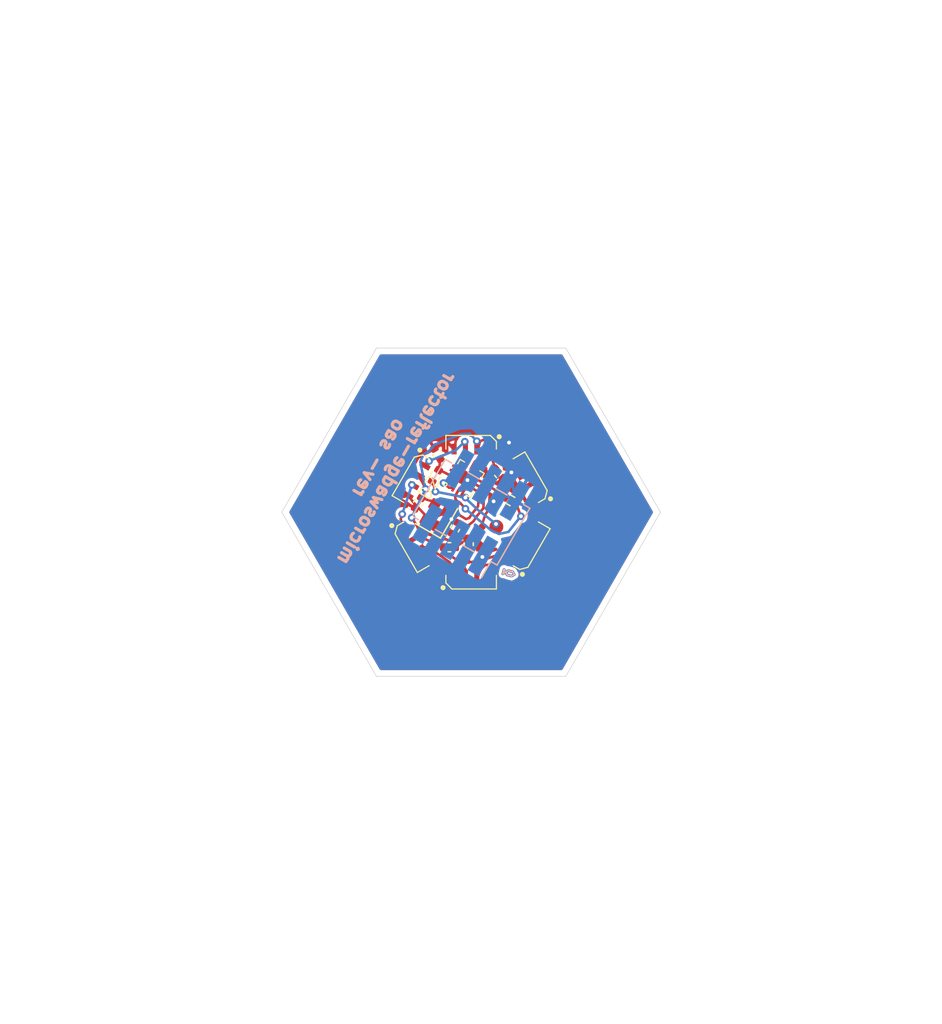
<source format=kicad_pcb>
(kicad_pcb (version 20240108) (generator "pcbnew") (generator_version "8.0")
  (layers (0 "F.Cu" signal) (31 "B.Cu" signal) (34 "B.Paste" user) (35 "F.Paste" user) (36 "B.SilkS" user "B.Silkscreen") (37 "F.SilkS" user "F.Silkscreen") (38 "B.Mask" user) (39 "F.Mask" user) (44 "Edge.Cuts" user))
  (net 0 "")
  (net 1 "GND")
  (net 2 "VDD")
  (net 3 "Net-(U3-PA2{slash}T1C2N{slash}OPP0{slash}XO{slash}A0)")
  (net 4 "Net-(U3-PA1{slash}T1C2{slash}OPN0{slash}XI{slash}A1)")
  (net 5 "Net-(U3-PD4{slash}T1C4_{slash}T2C1{slash}OPO{slash}A7)")
  (net 6 "SWIO")
  (net 7 "WSOUT")
  (net 8 "Net-(D1-DOUT)")
  (net 9 "Net-(D2-DOUT)")
  (net 10 "Net-(D3-DOUT)")
  (net 11 "Net-(D4-DOUT)")
  (net 12 "Net-(D5-DOUT)")
  (net 14 "OPN1")
  (net 16 "SSDA")
  (net 17 "SSCL")
  (net 21 "MIC")
  (net 22 "MPWR")
  (footprint "cnhardware:LC8812-SIDE-4020" (layer "F.Cu") (at 100 105 180)
    (property "Reference" "D4" (hide yes))
    (property "Value" "~")
    (fp_line (start 2 0) (end 2 -0.6) (stroke (width 0.1)) (layer "F.SilkS"))
    (fp_line (start 1.525 -1.075) (end 2 -0.6) (stroke (width 0.1)) (layer "F.SilkS"))
    (fp_line (start -2 0) (end -2 -1.075) (stroke (width 0.1)) (layer "F.SilkS"))
    (fp_line (start -2 -1.075) (end 1.525 -1.075) (stroke (width 0.1)) (layer "F.SilkS"))
    (fp_circle (center 2.225001 -0.975) (end 2.225 -1.074999) (stroke (width 0.2)) (fill solid) (layer "F.SilkS"))
    (pad "1" smd rect (at 1.35 0) (size 0.4 0.85) (layers "F.Cu" "F.Paste" "F.Mask") (net 10 "Net-(D3-DOUT)"))
    (pad "2" smd rect (at 0.45 0) (size 0.4 0.85) (layers "F.Cu" "F.Paste" "F.Mask") (net 2 "VDD"))
    (pad "3" smd rect (at -0.45 0) (size 0.4 0.85) (layers "F.Cu" "F.Paste" "F.Mask") (net 11 "Net-(D4-DOUT)"))
    (pad "4" smd rect (at -1.35 0) (size 0.4 0.85) (layers "F.Cu" "F.Paste" "F.Mask") (net 1 "GND"))
  )
  (footprint "cnhardware:LC8812-SIDE-4020" (layer "F.Cu") (at 100 95)
    (property "Reference" "D1" (hide yes))
    (property "Value" "~")
    (fp_line (start -2 -1.075) (end 1.525 -1.075) (stroke (width 0.1)) (layer "F.SilkS"))
    (fp_line (start -2 0) (end -2 -1.075) (stroke (width 0.1)) (layer "F.SilkS"))
    (fp_line (start 1.525 -1.075) (end 2 -0.6) (stroke (width 0.1)) (layer "F.SilkS"))
    (fp_line (start 2 0) (end 2 -0.6) (stroke (width 0.1)) (layer "F.SilkS"))
    (fp_circle (center 2.225001 -0.975) (end 2.225 -1.074999) (stroke (width 0.2)) (fill solid) (layer "F.SilkS"))
    (pad "1" smd rect (at 1.35 0 180) (size 0.4 0.85) (layers "F.Cu" "F.Paste" "F.Mask") (net 7 "WSOUT"))
    (pad "2" smd rect (at 0.45 0 180) (size 0.4 0.85) (layers "F.Cu" "F.Paste" "F.Mask") (net 2 "VDD"))
    (pad "3" smd rect (at -0.45 0 180) (size 0.4 0.85) (layers "F.Cu" "F.Paste" "F.Mask") (net 8 "Net-(D1-DOUT)"))
    (pad "4" smd rect (at -1.35 0 180) (size 0.4 0.85) (layers "F.Cu" "F.Paste" "F.Mask") (net 1 "GND"))
  )
  (footprint "Capacitor_SMD:C_0402_1005Metric" (layer "F.Cu") (at 98.28 102.77)
    (property "Reference" "C7" (hide yes))
    (property "Value" "100n")
    (fp_line (start -0.107836 -0.36) (end 0.107836 -0.36) (stroke (width 0.12)) (layer "F.SilkS"))
    (fp_line (start -0.107836 0.36) (end 0.107836 0.36) (stroke (width 0.12)) (layer "F.SilkS"))
    (pad "1" smd roundrect (at -0.48 0) (size 0.56 0.62) (layers "F.Cu" "F.Paste" "F.Mask") (net 2 "VDD"))
    (pad "2" smd roundrect (at 0.48 0) (size 0.56 0.62) (layers "F.Cu" "F.Paste" "F.Mask") (net 1 "GND"))
  )
  (footprint "Swadge_Parts:INGHAi_MIC_GMI4013S-2C58DB" (layer "F.Cu") (at 102 101.15)
    (property "Reference" "MK1")
    (property "Value" "Microphone")
    (pad "1" smd custom (at -1.125 0) (size 0.5 0.5) (layers "F.Cu" "F.Paste" "F.Mask") (net 1 "GND") (options (clearance outline) (anchor circle)) (primitives (gr_arc (start 0 0) (mid 2.25 0) (end 0 0) (width 0.55))))
    (pad "2" smd circle (at 0 0) (size 1.1 1.1) (layers "F.Cu" "F.Paste" "F.Mask") (net 21 "MIC"))
  )
  (footprint "Capacitor_SMD:C_0402_1005Metric" (layer "F.Cu") (at 99.81 102.53 90)
    (property "Reference" "C1" (hide yes))
    (property "Value" "100n")
    (fp_line (start -0.107836 -0.36) (end 0.107836 -0.36) (stroke (width 0.12)) (layer "F.SilkS"))
    (fp_line (start -0.107836 0.36) (end 0.107836 0.36) (stroke (width 0.12)) (layer "F.SilkS"))
    (pad "1" smd roundrect (at -0.48 0 90) (size 0.56 0.62) (layers "F.Cu" "F.Paste" "F.Mask") (net 2 "VDD"))
    (pad "2" smd roundrect (at 0.48 0 90) (size 0.56 0.62) (layers "F.Cu" "F.Paste" "F.Mask") (net 1 "GND"))
  )
  (footprint "Capacitor_SMD:C_0402_1005Metric" (layer "F.Cu") (at 102.21 96.94 -50)
    (property "Reference" "C8" (hide yes))
    (property "Value" "100n")
    (fp_line (start -0.107837 0.36) (end 0.107836 0.36) (stroke (width 0.12)) (layer "F.SilkS"))
    (fp_line (start -0.107836 -0.36) (end 0.107837 -0.36) (stroke (width 0.12)) (layer "F.SilkS"))
    (pad "1" smd roundrect (at -0.48 0 310) (size 0.56 0.62) (layers "F.Cu" "F.Paste" "F.Mask") (net 2 "VDD"))
    (pad "2" smd roundrect (at 0.48 0 310) (size 0.56 0.62) (layers "F.Cu" "F.Paste" "F.Mask") (net 1 "GND"))
  )
  (footprint "Capacitor_SMD:C_0402_1005Metric" (layer "F.Cu") (at 98.72 101.28 -120)
    (property "Reference" "C2" (hide yes))
    (property "Value" "2.2p")
    (fp_line (start -0.107836 0.36) (end 0.107836 0.36) (stroke (width 0.12)) (layer "F.SilkS"))
    (fp_line (start -0.107836 -0.36) (end 0.107836 -0.36) (stroke (width 0.12)) (layer "F.SilkS"))
    (pad "1" smd roundrect (at -0.48 0 240) (size 0.56 0.62) (layers "F.Cu" "F.Paste" "F.Mask") (net 1 "GND"))
    (pad "2" smd roundrect (at 0.48 0 240) (size 0.56 0.62) (layers "F.Cu" "F.Paste" "F.Mask") (net 3 "Net-(U3-PA2{slash}T1C2N{slash}OPP0{slash}XO{slash}A0)"))
  )
  (footprint "cnhardware:LC8812-SIDE-4020" (layer "F.Cu") (at 95.669873 102.5 120)
    (property "Reference" "D3" (hide yes))
    (property "Value" "~")
    (fp_line (start 1.525 -1.075) (end 2 -0.6) (stroke (width 0.1)) (layer "F.SilkS"))
    (fp_line (start 2 0) (end 2 -0.6) (stroke (width 0.1)) (layer "F.SilkS"))
    (fp_line (start -2 -1.075) (end 1.525 -1.075) (stroke (width 0.1)) (layer "F.SilkS"))
    (fp_line (start -2 0) (end -2 -1.075) (stroke (width 0.1)) (layer "F.SilkS"))
    (fp_circle (center 2.225001 -0.975) (end 2.225 -1.074999) (stroke (width 0.2)) (fill solid) (layer "F.SilkS"))
    (pad "1" smd rect (at 1.35 0 300) (size 0.4 0.85) (layers "F.Cu" "F.Paste" "F.Mask") (net 9 "Net-(D2-DOUT)"))
    (pad "2" smd rect (at 0.45 0 300) (size 0.4 0.85) (layers "F.Cu" "F.Paste" "F.Mask") (net 2 "VDD"))
    (pad "3" smd rect (at -0.45 0 300) (size 0.4 0.85) (layers "F.Cu" "F.Paste" "F.Mask") (net 10 "Net-(D3-DOUT)"))
    (pad "4" smd rect (at -1.35 0 300) (size 0.4 0.85) (layers "F.Cu" "F.Paste" "F.Mask") (net 1 "GND"))
  )
  (footprint "cnhardware:LC8812-SIDE-4020" (layer "F.Cu") (at 95.669873 97.5 60)
    (property "Reference" "D2" (at 0 1.15 60) (layer "F.SilkS") (effects (font (thickness 0.1))))
    (property "Value" "~")
    (fp_line (start -2 -1.075) (end 1.525 -1.075) (stroke (width 0.1)) (layer "F.SilkS"))
    (fp_line (start -2 0) (end -2 -1.075) (stroke (width 0.1)) (layer "F.SilkS"))
    (fp_line (start 1.525 -1.075) (end 2 -0.6) (stroke (width 0.1)) (layer "F.SilkS"))
    (fp_line (start 2 0) (end 2 -0.6) (stroke (width 0.1)) (layer "F.SilkS"))
    (fp_circle (center 2.225001 -0.975) (end 2.225 -1.074999) (stroke (width 0.2)) (fill solid) (layer "F.SilkS"))
    (pad "1" smd rect (at 1.35 0 240) (size 0.4 0.85) (layers "F.Cu" "F.Paste" "F.Mask") (net 8 "Net-(D1-DOUT)"))
    (pad "2" smd rect (at 0.45 0 240) (size 0.4 0.85) (layers "F.Cu" "F.Paste" "F.Mask") (net 2 "VDD"))
    (pad "3" smd rect (at -0.45 0 240) (size 0.4 0.85) (layers "F.Cu" "F.Paste" "F.Mask") (net 9 "Net-(D2-DOUT)"))
    (pad "4" smd rect (at -1.35 0 240) (size 0.4 0.85) (layers "F.Cu" "F.Paste" "F.Mask") (net 1 "GND"))
  )
  (footprint "cnhardware:QFN-12-P0.4-WCH" (layer "F.Cu") (at 99.53359 97.327372 60)
    (property "Reference" "U3" (hide yes))
    (property "Value" "~")
    (fp_line (start 0.7 -1.1) (end 1.1 -1.1) (stroke (width 0.1)) (layer "F.SilkS"))
    (fp_line (start 1.1 -1.1) (end 1.1 -0.7) (stroke (width 0.1)) (layer "F.SilkS"))
    (fp_line (start -1.1 1.1) (end -1.1 0.7) (stroke (width 0.1)) (layer "F.SilkS"))
    (fp_line (start -0.7 1.1) (end -1.1 1.1) (stroke (width 0.1)) (layer "F.SilkS"))
    (fp_line (start 1.1 0.7) (end 1.1 1.1) (stroke (width 0.1)) (layer "F.SilkS"))
    (fp_line (start 1.1 1.1) (end 0.7 1.1) (stroke (width 0.1)) (layer "F.SilkS"))
    (fp_circle (center -1.2 -1.141421) (end -1.1 -1.041421) (stroke (width 0.1)) (fill none) (layer "F.SilkS"))
    (pad "1" smd roundrect (at -0.4 1.1 60) (size 0.2 0.62) (layers "F.Cu" "F.Paste" "F.Mask") (roundrect_rratio 0.1) (net 4 "Net-(U3-PA1{slash}T1C2{slash}OPN0{slash}XI{slash}A1)"))
    (pad "2" smd roundrect (at 0 1.1 240) (size 0.2 0.62) (layers "F.Cu" "F.Paste" "F.Mask") (roundrect_rratio 0.1) (net 3 "Net-(U3-PA2{slash}T1C2N{slash}OPP0{slash}XO{slash}A0)"))
    (pad "3" smd roundrect (at 0.4 1.1 240) (size 0.2 0.62) (layers "F.Cu" "F.Paste" "F.Mask") (roundrect_rratio 0.1) (net 14 "OPN1"))
    (pad "4" smd roundrect (at 1.1 0.4 150) (size 0.2 0.62) (layers "F.Cu" "F.Paste" "F.Mask") (roundrect_rratio 0.1) (net 2 "VDD"))
    (pad "5" smd roundrect (at 1.1 0 150) (size 0.2 0.62) (layers "F.Cu" "F.Paste" "F.Mask") (roundrect_rratio 0.1) (net 7 "WSOUT"))
    (pad "6" smd roundrect (at 1.1 -0.4 150) (size 0.2 0.62) (layers "F.Cu" "F.Paste" "F.Mask") (roundrect_rratio 0.1))
    (pad "7" smd roundrect (at 0.4 -1.1 240) (size 0.2 0.62) (layers "F.Cu" "F.Paste" "F.Mask") (roundrect_rratio 0.1))
    (pad "8" smd roundrect (at 0 -1.1 240) (size 0.2 0.62) (layers "F.Cu" "F.Paste" "F.Mask") (roundrect_rratio 0.1))
    (pad "9" smd roundrect (at -0.4 -1.1 240) (size 0.2 0.62) (layers "F.Cu" "F.Paste" "F.Mask") (roundrect_rratio 0.1) (net 22 "MPWR"))
    (pad "10" smd roundrect (at -1.1 -0.4 330) (size 0.2 0.62) (layers "F.Cu" "F.Paste" "F.Mask") (roundrect_rratio 0.1) (net 6 "SWIO"))
    (pad "11" smd roundrect (at -1.1 0 330) (size 0.2 0.62) (layers "F.Cu" "F.Paste" "F.Mask") (roundrect_rratio 0.1) (net 5 "Net-(U3-PD4{slash}T1C4_{slash}T2C1{slash}OPO{slash}A7)"))
    (pad "12" smd roundrect (at -1.1 0.4 330) (size 0.2 0.62) (layers "F.Cu" "F.Paste" "F.Mask") (roundrect_rratio 0.1) (net 21 "MIC"))
    (pad "13" smd roundrect (at 0 0 330) (size 1.1 1.1) (layers "F.Cu" "F.Paste" "F.Mask") (roundrect_rratio 0.05) (net 1 "GND"))
  )
  (footprint "Resistor_SMD:R_0402_1005Metric" (layer "F.Cu") (at 103.14 99.08 150)
    (property "Reference" "R3" (hide yes))
    (property "Value" "12kΩ")
    (fp_line (start -0.153641 -0.38) (end 0.153641 -0.38) (stroke (width 0.12)) (layer "F.SilkS"))
    (fp_line (start -0.153641 0.38) (end 0.153641 0.38) (stroke (width 0.12)) (layer "F.SilkS"))
    (pad "1" smd roundrect (at -0.51 0 150) (size 0.54 0.64) (layers "F.Cu" "F.Paste" "F.Mask") (net 5 "Net-(U3-PD4{slash}T1C4_{slash}T2C1{slash}OPO{slash}A7)"))
    (pad "2" smd roundrect (at 0.51 0 150) (size 0.54 0.64) (layers "F.Cu" "F.Paste" "F.Mask") (net 14 "OPN1"))
  )
  (footprint "Resistor_SMD:R_0402_1005Metric" (layer "F.Cu") (at 97.165 97.118327 -120)
    (property "Reference" "R2" (hide yes))
    (property "Value" "12kΩ")
    (fp_line (start -0.153641 0.38) (end 0.153641 0.38) (stroke (width 0.12)) (layer "F.SilkS"))
    (fp_line (start -0.153641 -0.38) (end 0.153641 -0.38) (stroke (width 0.12)) (layer "F.SilkS"))
    (pad "1" smd roundrect (at -0.51 0 240) (size 0.54 0.64) (layers "F.Cu" "F.Paste" "F.Mask") (net 22 "MPWR"))
    (pad "2" smd roundrect (at 0.51 0 240) (size 0.54 0.64) (layers "F.Cu" "F.Paste" "F.Mask") (net 21 "MIC"))
  )
  (footprint "Capacitor_SMD:C_0402_1005Metric" (layer "F.Cu") (at 95.81 99.28 60)
    (property "Reference" "C4" (hide yes))
    (property "Value" "2.2p")
    (fp_line (start -0.107836 -0.36) (end 0.107836 -0.36) (stroke (width 0.12)) (layer "F.SilkS"))
    (fp_line (start -0.107836 0.36) (end 0.107836 0.36) (stroke (width 0.12)) (layer "F.SilkS"))
    (pad "1" smd roundrect (at -0.48 0 60) (size 0.56 0.62) (layers "F.Cu" "F.Paste" "F.Mask") (net 1 "GND"))
    (pad "2" smd roundrect (at 0.48 0 60) (size 0.56 0.62) (layers "F.Cu" "F.Paste" "F.Mask") (net 4 "Net-(U3-PA1{slash}T1C2{slash}OPN0{slash}XI{slash}A1)"))
  )
  (footprint "Capacitor_SMD:C_0402_1005Metric" (layer "F.Cu") (at 97.32 95.38 120)
    (property "Reference" "C5" (hide yes))
    (property "Value" "4.7u16v")
    (fp_line (start -0.107836 -0.36) (end 0.107836 -0.36) (stroke (width 0.12)) (layer "F.SilkS"))
    (fp_line (start -0.107836 0.36) (end 0.107836 0.36) (stroke (width 0.12)) (layer "F.SilkS"))
    (pad "1" smd roundrect (at -0.48 0 120) (size 0.56 0.62) (layers "F.Cu" "F.Paste" "F.Mask") (net 22 "MPWR"))
    (pad "2" smd roundrect (at 0.48 0 120) (size 0.56 0.62) (layers "F.Cu" "F.Paste" "F.Mask") (net 1 "GND"))
  )
  (footprint "cnhardware:LC8812-SIDE-4020" (layer "F.Cu") (at 104.330127 97.5 -60)
    (property "Reference" "D6" (hide yes))
    (property "Value" "~")
    (fp_line (start -2 0) (end -2 -1.075) (stroke (width 0.1)) (layer "F.SilkS"))
    (fp_line (start -2 -1.075) (end 1.525 -1.075) (stroke (width 0.1)) (layer "F.SilkS"))
    (fp_line (start 2 0) (end 2 -0.6) (stroke (width 0.1)) (layer "F.SilkS"))
    (fp_line (start 1.525 -1.075) (end 2 -0.6) (stroke (width 0.1)) (layer "F.SilkS"))
    (fp_circle (center 2.225001 -0.975) (end 2.225 -1.074999) (stroke (width 0.2)) (fill solid) (layer "F.SilkS"))
    (pad "1" smd rect (at 1.35 0 120) (size 0.4 0.85) (layers "F.Cu" "F.Paste" "F.Mask") (net 12 "Net-(D5-DOUT)"))
    (pad "2" smd rect (at 0.45 0 120) (size 0.4 0.85) (layers "F.Cu" "F.Paste" "F.Mask") (net 2 "VDD"))
    (pad "3" smd rect (at -0.45 0 120) (size 0.4 0.85) (layers "F.Cu" "F.Paste" "F.Mask"))
    (pad "4" smd rect (at -1.35 0 120) (size 0.4 0.85) (layers "F.Cu" "F.Paste" "F.Mask") (net 1 "GND"))
  )
  (footprint "Crystal:Crystal_SMD_2016-4Pin_2.0x1.6mm" (layer "F.Cu") (at 97.253686 100.308782 60)
    (property "Reference" "Y1" (hide yes))
    (property "Value" "24MHz")
    (fp_line (start -1.35 -1.15) (end -1.35 1.15) (stroke (width 0.12)) (layer "F.SilkS"))
    (fp_line (start -1.35 1.15) (end 1.35 1.15) (stroke (width 0.12)) (layer "F.SilkS"))
    (pad "1" smd roundrect (at -0.7 0.55 60) (size 0.9 0.8) (layers "F.Cu" "F.Paste" "F.Mask") (roundrect_rratio 0.15) (net 3 "Net-(U3-PA2{slash}T1C2N{slash}OPP0{slash}XO{slash}A0)"))
    (pad "2" smd roundrect (at 0.7 0.55 60) (size 0.9 0.8) (layers "F.Cu" "F.Paste" "F.Mask") (roundrect_rratio 0.15) (net 1 "GND"))
    (pad "3" smd roundrect (at 0.7 -0.55 60) (size 0.9 0.8) (layers "F.Cu" "F.Paste" "F.Mask") (roundrect_rratio 0.15) (net 4 "Net-(U3-PA1{slash}T1C2{slash}OPN0{slash}XI{slash}A1)"))
    (pad "4" smd roundrect (at -0.7 -0.55 60) (size 0.9 0.8) (layers "F.Cu" "F.Paste" "F.Mask") (roundrect_rratio 0.15) (net 1 "GND"))
  )
  (footprint "cnhardware:LC8812-SIDE-4020" (layer "F.Cu") (at 104.330127 102.5 -120)
    (property "Reference" "D5" (hide yes))
    (property "Value" "~")
    (fp_line (start 2 0) (end 2 -0.6) (stroke (width 0.1)) (layer "F.SilkS"))
    (fp_line (start 1.525 -1.075) (end 2 -0.6) (stroke (width 0.1)) (layer "F.SilkS"))
    (fp_line (start -2 0) (end -2 -1.075) (stroke (width 0.1)) (layer "F.SilkS"))
    (fp_line (start -2 -1.075) (end 1.525 -1.075) (stroke (width 0.1)) (layer "F.SilkS"))
    (fp_circle (center 2.225001 -0.975) (end 2.225 -1.074999) (stroke (width 0.2)) (fill solid) (layer "F.SilkS"))
    (pad "1" smd rect (at 1.35 0 60) (size 0.4 0.85) (layers "F.Cu" "F.Paste" "F.Mask") (net 11 "Net-(D4-DOUT)"))
    (pad "2" smd rect (at 0.45 0 60) (size 0.4 0.85) (layers "F.Cu" "F.Paste" "F.Mask") (net 2 "VDD"))
    (pad "3" smd rect (at -0.45 0 60) (size 0.4 0.85) (layers "F.Cu" "F.Paste" "F.Mask") (net 12 "Net-(D5-DOUT)"))
    (pad "4" smd rect (at -1.35 0 60) (size 0.4 0.85) (layers "F.Cu" "F.Paste" "F.Mask") (net 1 "GND"))
  )
  (footprint "Connector_PinHeader_2.54mm:PinHeader_2x03_P2.54mm_Vertical_SMD" (layer "B.Cu") (at 100 100 60)
    (property "Reference" "J2" (hide yes))
    (property "Value" "SAO")
    (fp_line (start -2.6 -3.87) (end -2.6 -3.3) (stroke (width 0.12)) (layer "B.SilkS"))
    (fp_line (start -2.6 -1.78) (end -2.6 -0.76) (stroke (width 0.12)) (layer "B.SilkS"))
    (fp_line (start 2.6 -3.87) (end -2.6 -3.87) (stroke (width 0.12)) (layer "B.SilkS"))
    (fp_line (start 2.6 -3.87) (end 2.6 -3.3) (stroke (width 0.12)) (layer "B.SilkS"))
    (fp_line (start -2.6 0.76) (end -2.6 1.78) (stroke (width 0.12)) (layer "B.SilkS"))
    (fp_line (start 2.6 -1.78) (end 2.6 -0.76) (stroke (width 0.12)) (layer "B.SilkS"))
    (fp_line (start -2.6 3.3) (end -4.04 3.3) (stroke (width 0.12)) (layer "B.SilkS"))
    (fp_line (start -2.6 3.3) (end -2.6 3.87) (stroke (width 0.12)) (layer "B.SilkS"))
    (fp_line (start 2.6 0.76) (end 2.6 1.78) (stroke (width 0.12)) (layer "B.SilkS"))
    (fp_line (start 2.6 3.3) (end 2.6 3.87) (stroke (width 0.12)) (layer "B.SilkS"))
    (fp_line (start 2.6 3.87) (end -2.6 3.87) (stroke (width 0.12)) (layer "B.SilkS"))
    (pad "1" smd rect (at -2.525 2.54 60) (size 3.15 1) (layers "B.Cu" "B.Paste" "B.Mask") (net 2 "VDD"))
    (pad "2" smd rect (at 2.525 2.54 60) (size 3.15 1) (layers "B.Cu" "B.Paste" "B.Mask") (net 1 "GND"))
    (pad "3" smd rect (at -2.525 0 60) (size 3.15 1) (layers "B.Cu" "B.Paste" "B.Mask") (net 16 "SSDA"))
    (pad "4" smd rect (at 2.525 0 60) (size 3.15 1) (layers "B.Cu" "B.Paste" "B.Mask") (net 17 "SSCL"))
    (pad "5" smd rect (at -2.525 -2.54 60) (size 3.15 1) (layers "B.Cu" "B.Paste" "B.Mask"))
    (pad "6" smd rect (at 2.525 -2.54 60) (size 3.15 1) (layers "B.Cu" "B.Paste" "B.Mask") (net 6 "SWIO"))
  )
  (gr_line (start 102.607741 104.53274) (end 102.516234 104.874246) (stroke (width 0.1)) (layer "B.SilkS"))
  (gr_line (start 103.199247 105.057259) (end 102.857741 104.965752) (stroke (width 0.1)) (layer "B.SilkS"))
  (gr_line (start 102.516234 104.874246) (end 102.949247 104.624246) (stroke (width 0.1)) (layer "B.SilkS"))
  (gr_line (start 103.290753 104.715752) (end 103.415753 104.932259) (stroke (width 0.1)) (layer "B.SilkS"))
  (gr_line (start 102.949247 104.624246) (end 103.290753 104.715752) (stroke (width 0.1)) (layer "B.SilkS"))
  (gr_line (start 103.415753 104.932259) (end 103.199247 105.057259) (stroke (width 0.1)) (layer "B.SilkS"))
  (gr_line (start 102.857741 104.965752) (end 102.607741 104.53274) (stroke (width 0.1)) (layer "B.SilkS"))
  (gr_line (start 102.949247 104.624246) (end 103.290753 104.715752) (stroke (width 0.1)) (layer "F.SilkS"))
  (gr_line (start 103.199247 105.057259) (end 102.857741 104.965752) (stroke (width 0.1)) (layer "F.SilkS"))
  (gr_line (start 102.607741 104.53274) (end 102.516234 104.874246) (stroke (width 0.1)) (layer "F.SilkS"))
  (gr_line (start 103.290753 104.715752) (end 103.415753 104.932259) (stroke (width 0.1)) (layer "F.SilkS"))
  (gr_line (start 102.516234 104.874246) (end 102.949247 104.624246) (stroke (width 0.1)) (layer "F.SilkS"))
  (gr_line (start 103.415753 104.932259) (end 103.199247 105.057259) (stroke (width 0.1)) (layer "F.SilkS"))
  (gr_line (start 102.857741 104.965752) (end 102.607741 104.53274) (stroke (width 0.1)) (layer "F.SilkS"))
  (gr_line (start 92.5 112.990381) (end 107.5 112.990381) (stroke (width 0.05)) (layer "Edge.Cuts"))
  (gr_line (start 107.5 87.009619) (end 115 100) (stroke (width 0.05)) (layer "Edge.Cuts"))
  (gr_line (start 92.5 87.009619) (end 85 100) (stroke (width 0.05)) (layer "Edge.Cuts"))
  (gr_line (start 92.5 112.990381) (end 85 100) (stroke (width 0.05)) (layer "Edge.Cuts"))
  (gr_line (start 107.5 112.990381) (end 115 100) (stroke (width 0.05)) (layer "Edge.Cuts"))
  (gr_line (start 107.5 87.009619) (end 92.5 87.009619) (stroke (width 0.05)) (layer "Edge.Cuts"))
  (gr_text "microswadge-reflector\nrev- sao" (at 93.4 96.14 -120) (layer "B.SilkS") (effects (font (size 1 1) (thickness 0.25) (bold yes)) (justify mirror)))
  (segment (start 102.947503 104.626748) (end 102.514489 104.876748) (width 0.2) (layer "F.Cu") (net 0))
  (segment (start 103.289006 104.718256) (end 102.947503 104.626748) (width 0.2) (layer "F.Cu") (net 0))
  (segment (start 102.605994 104.535242) (end 102.855995 104.968254) (width 0.2) (layer "F.Cu") (net 0))
  (segment (start 102.855995 104.968254) (end 103.197499 105.059761) (width 0.2) (layer "F.Cu") (net 0))
  (segment (start 103.414007 104.934759) (end 103.289006 104.718256) (width 0.2) (layer "F.Cu") (net 0))
  (segment (start 103.414007 104.934759) (end 103.197499 105.059761) (width 0.2) (layer "F.Cu") (net 0))
  (segment (start 102.514489 104.876748) (end 102.605994 104.535242) (width 0.2) (layer "F.Cu") (net 0))
  (segment (start 103.199247 105.057257) (end 102.857742 104.965753) (width 0.2) (layer "B.Cu") (net 0))
  (segment (start 102.516234 104.874246) (end 102.949247 104.624247) (width 0.2) (layer "B.Cu") (net 0))
  (segment (start 102.857742 104.965753) (end 102.607741 104.53274) (width 0.2) (layer "B.Cu") (net 0))
  (segment (start 103.415752 104.93226) (end 103.290752 104.715752) (width 0.2) (layer "B.Cu") (net 0))
  (segment (start 102.949247 104.624247) (end 103.290752 104.715752) (width 0.2) (layer "B.Cu") (net 0))
  (segment (start 103.415752 104.93226) (end 103.199247 105.057257) (width 0.2) (layer "B.Cu") (net 0))
  (segment (start 102.607741 104.53274) (end 102.516234 104.874246) (width 0.2) (layer "B.Cu") (net 0))
  (segment (start 98.12 105.68) (end 98.78 105.84) (width 0.2) (layer "F.Cu") (net 1))
  (segment (start 99.31 93.83) (end 99.78 93.79) (width 0.2) (layer "F.Cu") (net 1))
  (segment (start 103.24 96.57) (end 103.655127 96.330866) (width 0.2) (layer "F.Cu") (net 1))
  (segment (start 103.94 104.67) (end 103.88 105.22) (width 0.2) (layer "F.Cu") (net 1))
  (segment (start 95.38 99.16) (end 95.69 99.51) (width 0.2) (layer "F.Cu") (net 1))
  (segment (start 95.07 96.85) (end 95.73 95.73) (width 0.2) (layer "F.Cu") (net 1))
  (segment (start 93.96 101.06) (end 93.89 99.84) (width 0.2) (layer "F.Cu") (net 1))
  (segment (start 105.58 97.37) (end 105.66 97.82) (width 0.2) (layer "F.Cu") (net 1))
  (segment (start 98.44 100.55) (end 99.053686 100.767398) (width 0.2) (layer "F.Cu") (net 1))
  (segment (start 97.59 105.01) (end 98.12 105.68) (width 0.2) (layer "F.Cu") (net 1))
  (segment (start 100.93 105.82) (end 101.36 105.66) (width 0.2) (layer "F.Cu") (net 1))
  (segment (start 97.24 103.97) (end 97.59 105.01) (width 0.2) (layer "F.Cu") (net 1))
  (segment (start 96.603686 101.590462) (end 97.071905 102.013535) (width 0.2) (layer "F.Cu") (net 1))
  (segment (start 103 94.49) (end 103.33 94.4) (width 0.2) (layer "F.Cu") (net 1))
  (segment (start 94.6 97.75) (end 95.07 96.85) (width 0.2) (layer "F.Cu") (net 1))
  (segment (start 98.03 102.15) (end 98.27 102.26) (width 0.2) (layer "F.Cu") (net 1))
  (segment (start 98.27 102.26) (end 98.76 102.77) (width 0.2) (layer "F.Cu") (net 1))
  (segment (start 96.427372 100.64) (end 96.363686 101.258782) (width 0.2) (layer "F.Cu") (net 1))
  (segment (start 97.47 102.11) (end 98.03 102.15) (width 0.2) (layer "F.Cu") (net 1))
  (segment (start 105.93 98.48) (end 105.66 97.82) (width 0.2) (layer "F.Cu") (net 1))
  (segment (start 97.443686 100.268782) (end 98.08 99.977564) (width 0.2) (layer "F.Cu") (net 1))
  (segment (start 103.88 105.22) (end 103.51 105.56) (width 0.2) (layer "F.Cu") (net 1))
  (segment (start 97.12476 100.309855) (end 97.443686 100.268782) (width 0.2) (layer "F.Cu") (net 1))
  (segment (start 94.58 98.17) (end 94.994873 98.669134) (width 0.2) (layer "F.Cu") (net 1))
  (segment (start 95.69 99.51) (end 96.563686 100.441218) (width 0.2) (layer "F.Cu") (net 1))
  (segment (start 101.78 93.83) (end 103.33 94.4) (width 0.2) (layer "F.Cu") (net 1))
  (segment (start 98.84 94.1) (end 99.31 93.83) (width 0.2) (layer "F.Cu") (net 1))
  (segment (start 102.518538 97.307701) (end 103.19 96.85) (width 0.2) (layer "F.Cu") (net 1))
  (segment (start 101.12 100.2) (end 100.87 100.95) (width 0.2) (layer "F.Cu") (net 1))
  (segment (start 98.08 99.977564) (end 98.44 100.55) (width 0.2) (layer "F.Cu") (net 1))
  (segment (start 97.08 94.884308) (end 98.84 94.1) (width 0.2) (layer "F.Cu") (net 1))
  (segment (start 98.65 95) (end 98.84 94.1) (width 0.2) (layer "F.Cu") (net 1))
  (segment (start 100.45 93.78) (end 101.78 93.83) (width 0.2) (layer "F.Cu") (net 1))
  (segment (start 96.363686 101.258782) (end 96.603686 101.590462) (width 0.2) (layer "F.Cu") (net 1))
  (segment (start 94.994873 98.669134) (end 95.38 99.16) (width 0.2) (layer "F.Cu") (net 1))
  (segment (start 95.73 95.73) (end 97.08 94.884308) (width 0.2) (layer "F.Cu") (net 1))
  (segment (start 97.071905 102.013535) (end 97.47 102.11) (width 0.2) (layer "F.Cu") (net 1))
  (segment (start 96.344873 103.669134) (end 97.24 103.97) (width 0.2) (layer "F.Cu") (net 1))
  (segment (start 93.89 99.84) (end 94.58 98.17) (width 0.2) (layer "F.Cu") (net 1))
  (segment (start 105.79 101.52) (end 105.93 98.48) (width 0.2) (layer "F.Cu") (net 1))
  (segment (start 104.46 95.33) (end 105.58 97.37) (width 0.2) (layer "F.Cu") (net 1))
  (segment (start 103.04 96.82) (end 103.24 96.57) (width 0.2) (layer "F.Cu") (net 1))
  (segment (start 95.5 103.72) (end 93.96 101.06) (width 0.2) (layer "F.Cu") (net 1))
  (segment (start 98.78 105.84) (end 100.93 105.82) (width 0.2) (layer "F.Cu") (net 1))
  (segment (start 101.78 99.14) (end 101.12 100.2) (width 0.2) (layer "F.Cu") (net 1))
  (segment (start 103.19 96.85) (end 103.04 96.82) (width 0.2) (layer "F.Cu") (net 1))
  (segment (start 103.51 105.56) (end 101.36 105.66) (width 0.2) (layer "F.Cu") (net 1))
  (segment (start 103.33 94.4) (end 104.46 95.33) (width 0.2) (layer "F.Cu") (net 1))
  (segment (start 99.81 102.05) (end 98.76 102.77) (width 0.2) (layer "F.Cu") (net 1))
  (segment (start 96.427372 100.64) (end 97.12476 100.309855) (width 0.2) (layer "F.Cu") (net 1))
  (segment (start 105.46 101.78) (end 105.79 101.52) (width 0.2) (layer "F.Cu") (net 1))
  (segment (start 94.58 98.17) (end 94.6 97.75) (width 0.2) (layer "F.Cu") (net 1))
  (segment (start 105.38 102.22) (end 105.46 101.78) (width 0.2) (layer "F.Cu") (net 1))
  (segment (start 99.78 93.79) (end 100.45 93.78) (width 0.2) (layer "F.Cu") (net 1))
  (segment (start 105.46 101.78) (end 105.005127 101.330866) (width 0.2) (layer "F.Cu") (net 1))
  (segment (start 101.36 105.66) (end 101.35 105) (width 0.2) (layer "F.Cu") (net 1))
  (segment (start 100.87 100.95) (end 99.81 102.05) (width 0.2) (layer "F.Cu") (net 1))
  (segment (start 96.344873 103.669134) (end 95.5 103.72) (width 0.2) (layer "F.Cu") (net 1))
  (segment (start 103.94 104.67) (end 105.38 102.22) (width 0.2) (layer "F.Cu") (net 1))
  (via (at 103 94.49) (size 0.6) (drill 0.3) (layers "F.Cu" "B.Cu") (net 1))
  (via (at 103.19 96.85) (size 0.6) (drill 0.3) (layers "F.Cu" "B.Cu") (net 1))
  (via (at 101.78 99.14) (size 0.6) (drill 0.3) (layers "F.Cu" "B.Cu") (net 1))
  (via (at 98.44 100.55) (size 0.6) (drill 0.3) (layers "F.Cu" "B.Cu") (net 1))
  (via (at 99.71 97.46) (size 0.6) (drill 0.3) (layers "F.Cu" "B.Cu") (net 1))
  (segment (start 101.579621 95.499621) (end 99.71 97.46) (width 0.2) (layer "B.Cu") (net 1))
  (segment (start 101.77 95.3) (end 101.579621 95.499621) (width 0.2) (layer "B.Cu") (net 1))
  (segment (start 103 94.49) (end 101.77 95.3) (width 0.2) (layer "B.Cu") (net 1))
  (segment (start 103.19 96.85) (end 102.3 95.84) (width 0.2) (layer "B.Cu") (net 1))
  (segment (start 101.78 99.14) (end 103.19 96.85) (width 0.2) (layer "B.Cu") (net 1))
  (segment (start 103.462205 99.083286) (end 103.19 96.85) (width 0.2) (layer "B.Cu") (net 1))
  (segment (start 102.3 95.84) (end 101.579621 95.499621) (width 0.2) (layer "B.Cu") (net 1))
  (segment (start 97.8 102.77) (end 98.54 103.56) (width 0.2) (layer "F.Cu") (net 2))
  (segment (start 101.72 94.27) (end 102.19 94.51) (width 0.2) (layer "F.Cu") (net 2))
  (segment (start 102.37 95.35) (end 101.67 95.77) (width 0.2) (layer "F.Cu") (net 2))
  (segment (start 103.11 95.13) (end 102.37 95.35) (width 0.2) (layer "F.Cu") (net 2))
  (segment (start 95.894873 97.110289) (end 96.19 97.74) (width 0.2) (layer "F.Cu") (net 2))
  (segment (start 99.28 104.07) (end 99.54 104.5) (width 0.2) (layer "F.Cu") (net 2))
  (segment (start 103.28 102.99) (end 100.94 103.78) (width 0.2) (layer "F.Cu") (net 2))
  (segment (start 96.19 97.74) (end 96.39 98.16) (width 0.2) (layer "F.Cu") (net 2))
  (segment (start 102.19 94.51) (end 102.37 95.35) (width 0.2) (layer "F.Cu") (net 2))
  (segment (start 101.901462 96.572299) (end 101.67 95.77) (width 0.2) (layer "F.Cu") (net 2))
  (segment (start 104.105127 102.889711) (end 103.28 102.99) (width 0.2) (layer "F.Cu") (net 2))
  (segment (start 100.45 95) (end 100.71 94.38) (width 0.2) (layer "F.Cu") (net 2))
  (segment (start 95.444873 102.110289) (end 95.82 101.88) (width 0.2) (layer "F.Cu") (net 2))
  (segment (start 104.96 97.39) (end 104.92 97.01) (width 0.2) (layer "F.Cu") (net 2))
  (segment (start 100.61 96.27) (end 100.43 96.574744) (width 0.2) (layer "F.Cu") (net 2))
  (segment (start 98.54 103.56) (end 99.28 104.07) (width 0.2) (layer "F.Cu") (net 2))
  (segment (start 100.94 103.78) (end 99.83 103.973916) (width 0.2) (layer "F.Cu") (net 2))
  (segment (start 95.78 101.22) (end 95.82 101.88) (width 0.2) (layer "F.Cu") (net 2))
  (segment (start 101.67 95.77) (end 100.61 96.27) (width 0.2) (layer "F.Cu") (net 2))
  (segment (start 96.89 102.37) (end 97.8 102.77) (width 0.2) (layer "F.Cu") (net 2))
  (segment (start 100.89 103.54) (end 100.94 103.78) (width 0.2) (layer "F.Cu") (net 2))
  (segment (start 99.54 104.5) (end 99.55 105) (width 0.2) (layer "F.Cu") (net 2))
  (segment (start 96.19 102.04) (end 96.89 102.37) (width 0.2) (layer "F.Cu") (net 2))
  (segment (start 104.92 97.01) (end 104.07 95.58) (width 0.2) (layer "F.Cu") (net 2))
  (segment (start 100.71 94.38) (end 100.99 94.27) (width 0.2) (layer "F.Cu") (net 2))
  (segment (start 95.29 100.44) (end 95.48 100.71) (width 0.2) (layer "F.Cu") (net 2))
  (segment (start 103.73 95.34) (end 103.11 95.13) (width 0.2) (layer "F.Cu") (net 2))
  (segment (start 99.83 103.973916) (end 99.28 104.07) (width 0.2) (layer "F.Cu") (net 2))
  (segment (start 99.81 103.01) (end 99.83 103.973916) (width 0.2) (layer "F.Cu") (net 2))
  (segment (start 104.07 95.58) (end 103.73 95.34) (width 0.2) (layer "F.Cu") (net 2))
  (segment (start 100.99 94.27) (end 101.72 94.27) (width 0.2) (layer "F.Cu") (net 2))
  (segment (start 95.48 100.71) (end 95.78 101.22) (width 0.2) (layer "F.Cu") (net 2))
  (segment (start 95.82 101.88) (end 96.19 102.04) (width 0.2) (layer "F.Cu") (net 2))
  (segment (start 104.96 97.39) (end 104.555127 97.889711) (width 0.2) (layer "F.Cu") (net 2))
  (via (at 100.89 103.54) (size 0.6) (drill 0.3) (layers "F.Cu" "B.Cu") (net 2))
  (via (at 100.45 94.38) (size 0.6) (drill 0.3) (layers "F.Cu" "B.Cu") (net 2))
  (via (at 95.29 100.44) (size 0.6) (drill 0.3) (layers "F.Cu" "B.Cu") (net 2))
  (via (at 96.39 98.16) (size 0.6) (drill 0.3) (layers "F.Cu" "B.Cu") (net 2))
  (segment (start 100.45 94.38) (end 99.9 93.79) (width 0.2) (layer "B.Cu") (net 2))
  (segment (start 95.97 96.01) (end 96.39 98.16) (width 0.2) (layer "B.Cu") (net 2))
  (segment (start 99.22 93.82) (end 97.14 94.63) (width 0.2) (layer "B.Cu") (net 2))
  (segment (start 99.9 93.79) (end 99.22 93.82) (width 0.2) (layer "B.Cu") (net 2))
  (segment (start 100.937205 103.456714) (end 100.89 103.54) (width 0.2) (layer "B.Cu") (net 2))
  (segment (start 95.29 100.44) (end 95.5 99.98) (width 0.2) (layer "B.Cu") (net 2))
  (segment (start 96.22 95.43) (end 95.97 96.01) (width 0.2) (layer "B.Cu") (net 2))
  (segment (start 95.5 99.98) (end 96.39 98.16) (width 0.2) (layer "B.Cu") (net 2))
  (segment (start 97.14 94.63) (end 96.62 95.21) (width 0.2) (layer "B.Cu") (net 2))
  (segment (start 96.62 95.21) (end 96.22 95.43) (width 0.2) (layer "B.Cu") (net 2))
  (segment (start 100.47 100.29) (end 100.173686 100.728782) (width 0.2) (layer "F.Cu") (net 3))
  (segment (start 98.573686 101.598782) (end 97.38 101.19) (width 0.2) (layer "F.Cu") (net 3))
  (segment (start 99.063686 101.598782) (end 98.573686 101.598782) (width 0.2) (layer "F.Cu") (net 3))
  (segment (start 100.173686 100.728782) (end 99.523686 101.238782) (width 0.2) (layer "F.Cu") (net 3))
  (segment (start 100.486218 97.877372) (end 100.96 98.15) (width 0.2) (layer "F.Cu") (net 3))
  (segment (start 100.97 99.68) (end 100.47 100.29) (width 0.2) (layer "F.Cu") (net 3))
  (segment (start 100.96 98.15) (end 101.03 98.36) (width 0.2) (layer "F.Cu") (net 3))
  (segment (start 101.03 98.36) (end 100.97 99.68) (width 0.2) (layer "F.Cu") (net 3))
  (segment (start 99.523686 101.238782) (end 99.323686 101.488782) (width 0.2) (layer "F.Cu") (net 3))
  (segment (start 99.323686 101.488782) (end 99.063686 101.598782) (width 0.2) (layer "F.Cu") (net 3))
  (segment (start 100.55 99.53) (end 100.57 99.3) (width 0.2) (layer "F.Cu") (net 4))
  (segment (start 97.963686 99.038782) (end 98.81842 99.534048) (width 0.2) (layer "F.Cu") (net 4))
  (segment (start 100.04 100.16) (end 100.55 99.53) (width 0.2) (layer "F.Cu") (net 4))
  (segment (start 99.85 100.46) (end 100.04 100.16) (width 0.2) (layer "F.Cu") (net 4))
  (segment (start 99.02 100.2) (end 99.59 100.54) (width 0.2) (layer "F.Cu") (net 4))
  (segment (start 97.263686 99.228782) (end 96.04 98.874308) (width 0.2) (layer "F.Cu") (net 4))
  (segment (start 98.89 99.69) (end 98.93 99.9) (width 0.2) (layer "F.Cu") (net 4))
  (segment (start 98.93 99.9) (end 99.02 100.2) (width 0.2) (layer "F.Cu") (net 4))
  (segment (start 98.81842 99.534048) (end 98.89 99.69) (width 0.2) (layer "F.Cu") (net 4))
  (segment (start 97.127372 99.427564) (end 97.573686 99.098782) (width 0.2) (layer "F.Cu") (net 4))
  (segment (start 99.59 100.54) (end 99.85 100.46) (width 0.2) (layer "F.Cu") (net 4))
  (segment (start 100.57 98.39) (end 100.286218 98.223782) (width 0.2) (layer "F.Cu") (net 4))
  (segment (start 100.57 99.3) (end 100.57 98.39) (width 0.2) (layer "F.Cu") (net 4))
  (segment (start 97.573686 99.098782) (end 97.963686 99.038782) (width 0.2) (layer "F.Cu") (net 4))
  (segment (start 98.73 98.72) (end 98.75 98.92) (width 0.2) (layer "F.Cu") (net 5))
  (segment (start 98.75 98.92) (end 98.833047 99.080225) (width 0.2) (layer "F.Cu") (net 5))
  (segment (start 99.006075 99.180484) (end 99.090735 99.229264) (width 0.2) (layer "F.Cu") (net 5))
  (segment (start 99.17 99.31) (end 99.55 99.73) (width 0.2) (layer "F.Cu") (net 5))
  (segment (start 99.090735 99.229264) (end 99.17 99.31) (width 0.2) (layer "F.Cu") (net 5))
  (segment (start 98.833047 99.080225) (end 99.006075 99.180484) (width 0.2) (layer "F.Cu") (net 5))
  (segment (start 98.98359 98.28) (end 98.73 98.72) (width 0.2) (layer "F.Cu") (net 5))
  (segment (start 103.94 100.32) (end 103.581673 99.335) (width 0.2) (layer "F.Cu") (net 5))
  (via (at 99.55 99.73) (size 0.6) (drill 0.3) (layers "F.Cu" "B.Cu") (net 5))
  (via (at 103.94 100.32) (size 0.6) (drill 0.3) (layers "F.Cu" "B.Cu") (net 5))
  (segment (start 102.21 101.72) (end 101.59 101.44) (width 0.2) (layer "B.Cu") (net 5))
  (segment (start 101.59 101.44) (end 99.55 99.73) (width 0.2) (layer "B.Cu") (net 5))
  (segment (start 102.95 101.56) (end 102.21 101.72) (width 0.2) (layer "B.Cu") (net 5))
  (segment (start 103.94 100.32) (end 102.95 101.56) (width 0.2) (layer "B.Cu") (net 5))
  (segment (start 98.25 98.06) (end 98.63718 98.08) (width 0.2) (layer "F.Cu") (net 6))
  (segment (start 97.81 97.69) (end 98.25 98.06) (width 0.2) (layer "F.Cu") (net 6))
  (via (at 97.81 97.69) (size 0.6) (drill 0.3) (layers "F.Cu" "B.Cu") (net 6))
  (segment (start 97.81 97.69) (end 99.062795 96.543286) (width 0.2) (layer "B.Cu") (net 6))
  (segment (start 100.84 95.68) (end 101.35 95) (width 0.2) (layer "F.Cu") (net 7))
  (segment (start 100.84 95.68) (end 100.33 95.96) (width 0.2) (layer "F.Cu") (net 7))
  (segment (start 100.27168 96.05) (end 100.33 95.96) (width 0.2) (layer "F.Cu") (net 7))
  (segment (start 100.08359 96.374744) (end 100.27168 96.05) (width 0.2) (layer "F.Cu") (net 7))
  (segment (start 96.344873 96.330866) (end 96.67 95.95) (width 0.2) (layer "F.Cu") (net 8))
  (segment (start 99.5 94.42) (end 99.55 95) (width 0.2) (layer "F.Cu") (net 8))
  (via (at 99.5 94.42) (size 0.6) (drill 0.3) (layers "F.Cu" "B.Cu") (net 8))
  (via (at 96.67 95.95) (size 0.6) (drill 0.3) (layers "F.Cu" "B.Cu") (net 8))
  (segment (start 98.77 95.1) (end 99.5 94.42) (width 0.2) (layer "B.Cu") (net 8))
  (segment (start 96.67 95.95) (end 98.77 95.1) (width 0.2) (layer "B.Cu") (net 8))
  (segment (start 94.42 100.54) (end 94.5 100.81) (width 0.2) (layer "F.Cu") (net 9))
  (segment (start 95.31 97.84) (end 95.444873 97.889711) (width 0.2) (layer "F.Cu") (net 9))
  (segment (start 94.83 101.04) (end 94.994873 101.330866) (width 0.2) (layer "F.Cu") (net 9))
  (segment (start 94.54 100.15) (end 94.42 100.54) (width 0.2) (layer "F.Cu") (net 9))
  (segment (start 94.5 100.81) (end 94.83 101.04) (width 0.2) (layer "F.Cu") (net 9))
  (via (at 94.54 100.15) (size 0.6) (drill 0.3) (layers "F.Cu" "B.Cu") (net 9))
  (via (at 95.31 97.84) (size 0.6) (drill 0.3) (layers "F.Cu" "B.Cu") (net 9))
  (segment (start 94.54 100.15) (end 95.31 97.84) (width 0.2) (layer "B.Cu") (net 9))
  (segment (start 97.02 103.06) (end 98.29 103.95) (width 0.2) (layer "F.Cu") (net 10))
  (segment (start 96.41 102.77) (end 97.02 103.06) (width 0.2) (layer "F.Cu") (net 10))
  (segment (start 98.29 103.95) (end 98.59 104.38) (width 0.2) (layer "F.Cu") (net 10))
  (segment (start 98.59 104.38) (end 98.65 105) (width 0.2) (layer "F.Cu") (net 10))
  (segment (start 95.894873 102.889711) (end 96.41 102.77) (width 0.2) (layer "F.Cu") (net 10))
  (segment (start 101.1 104.18) (end 101.96 104.11) (width 0.2) (layer "F.Cu") (net 11))
  (segment (start 101.96 104.11) (end 102.76 103.98) (width 0.2) (layer "F.Cu") (net 11))
  (segment (start 100.86 104.42) (end 101.1 104.18) (width 0.2) (layer "F.Cu") (net 11))
  (segment (start 102.76 103.98) (end 103.655127 103.669134) (width 0.2) (layer "F.Cu") (net 11))
  (segment (start 100.45 105) (end 100.86 104.42) (width 0.2) (layer "F.Cu") (net 11))
  (segment (start 104.02 101.55) (end 104.53 100.61) (width 0.2) (layer "F.Cu") (net 12))
  (segment (start 104.62 99.51) (end 105.005127 98.669134) (width 0.2) (layer "F.Cu") (net 12))
  (segment (start 104.61 100.12) (end 104.62 99.51) (width 0.2) (layer "F.Cu") (net 12))
  (segment (start 104.555127 102.110289) (end 104.02 101.55) (width 0.2) (layer "F.Cu") (net 12))
  (segment (start 104.53 100.61) (end 104.61 100.12) (width 0.2) (layer "F.Cu") (net 12))
  (segment (start 101.28 97.81) (end 101.061709 97.74703) (width 0.2) (layer "F.Cu") (net 14))
  (segment (start 102.698327 98.825) (end 101.28 97.81) (width 0.2) (layer "F.Cu") (net 14))
  (segment (start 100.686218 97.530962) (end 101.061709 97.74703) (width 0.2) (layer "F.Cu") (net 14))
  (segment (start 100.991942 98.528058) (end 100.71 98.37) (width 0.2) (layer "B.Cu") (net 17))
  (segment (start 100.92 98.89) (end 100.991942 98.528058) (width 0.2) (layer "B.Cu") (net 17))
  (segment (start 99.55 98.84) (end 99.16 98.79) (width 0.2) (layer "F.Cu") (net 21))
  (segment (start 96.945 97.521673) (end 97.17 98.37) (width 0.2) (layer "F.Cu") (net 21))
  (segment (start 99.16 98.79) (end 99.33 98.48) (width 0.2) (layer "F.Cu") (net 21))
  (segment (start 101.995 100.95) (end 101.97 100.93) (width 0.2) (layer "F.Cu") (net 21))
  (via (at 101.97 100.93) (size 0.6) (drill 0.3) (layers "F.Cu" "B.Cu") (net 21))
  (via (at 99.55 98.84) (size 0.6) (drill 0.3) (layers "F.Cu" "B.Cu") (net 21))
  (via (at 97.17 98.37) (size 0.6) (drill 0.3) (layers "F.Cu" "B.Cu") (net 21))
  (segment (start 97.17 98.37) (end 99.55 98.84) (width 0.2) (layer "B.Cu") (net 21))
  (segment (start 99.81 99.13) (end 100.52 99.8) (width 0.2) (layer "B.Cu") (net 21))
  (segment (start 100.52 99.8) (end 101.97 100.93) (width 0.2) (layer "B.Cu") (net 21))
  (segment (start 99.55 98.84) (end 99.81 99.13) (width 0.2) (layer "B.Cu") (net 21))
  (segment (start 97.455 96.638327) (end 97.56 95.795692) (width 0.2) (layer "F.Cu") (net 22))
  (segment (start 98.02 96.92) (end 97.455 96.638327) (width 0.2) (layer "F.Cu") (net 22))
  (segment (start 98.380962 97.123782) (end 98.02 96.92) (width 0.2) (layer "F.Cu") (net 22))
  (zone (net 1) (net_name "GND") (layers "F&B.Cu") (connect_pads (clearance 0.25)) (min_thickness 0.25) (fill yes (thermal_gap 0.25) (thermal_bridge_width 0.25))
    (polygon (pts (xy 80.62 85.05) (xy 118.52 84.69) (xy 118.84 118.29) (xy 82.75 116.33)))
  )
)
</source>
